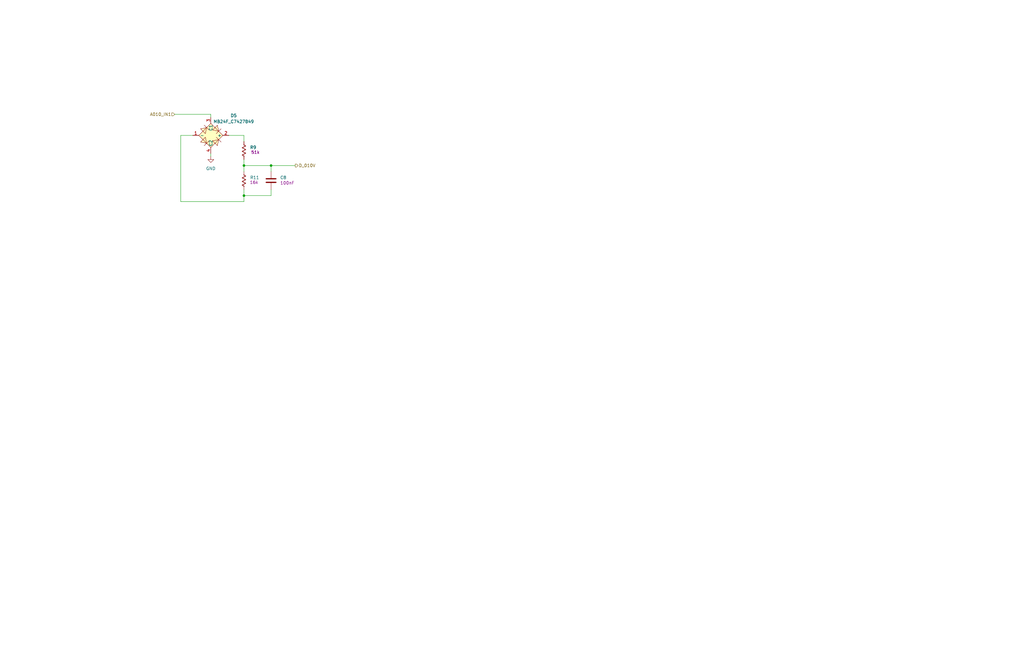
<source format=kicad_sch>
(kicad_sch (version 20250114) (generator "eeschema") (generator_version "9.0")
  (paper "USLedger")
  (lib_symbols
    (symbol "PCM_Capacitor_AKL:C_0805" (pin_numbers (hide yes)) (pin_names (offset 0.254))
      (property "Reference" "C" (at 0.635 2.54 0))
      (property "Value" "C_0805" (at 0.635 -2.54 0))
      (symbol "C_0805_0_1"
        (polyline (pts (xy -2.032 0.762) (xy 2.032 0.762)) (stroke (width 0.508)))
        (polyline (pts (xy -2.032 -0.762) (xy 2.032 -0.762)) (stroke (width 0.508)))
      )
      (symbol "C_0805_0_2"
        (polyline (pts (xy -2.54 -2.54) (xy -0.381 -0.381)))
        (polyline (pts (xy -0.508 -0.508) (xy -1.651 0.635)) (stroke (width 0.508)))
        (polyline (pts (xy -0.508 -0.508) (xy 0.635 -1.651)) (stroke (width 0.508)))
        (polyline (pts (xy 0.381 0.381) (xy 2.54 2.54)))
        (polyline (pts (xy 0.508 0.508) (xy -0.635 1.651)) (stroke (width 0.508)))
        (polyline (pts (xy 0.508 0.508) (xy 1.651 -0.635)) (stroke (width 0.508)))
      )
      (symbol "C_0805_1_1"
        (pin passive line (at 0 3.81 270) (length 2.794) (name "~") (number "1"))
        (pin passive line (at 0 -3.81 90) (length 2.794) (name "~") (number "2"))
      )
      (symbol "C_0805_1_2"
        (pin passive line (at -2.54 -2.54 90) (length 0) (name "~") (number "2"))
        (pin passive line (at 2.54 2.54 270) (length 0) (name "~") (number "1"))
      )
    )
    (symbol "PCM_Resistor_US_AKL:R_0603" (pin_numbers (hide yes)) (pin_names (offset 0))
      (property "Reference" "R" (at 2.54 1.27 0))
      (property "Value" "R_0603" (at 2.54 -1.27 0))
      (symbol "R_0603_0_1"
        (polyline (pts (xy 0 2.286) (xy 0 2.54)) (stroke (width 0.254)))
        (polyline (pts (xy 0 2.286) (xy 0.762 1.905) (xy -0.762 1.143) (xy 0 0.762) (xy 0.762 0.381) (xy 0 0) (xy -0.762 -0.381) (xy 0 -0.762) (xy 0.762 -1.143) (xy 0 -1.524) (xy -0.762 -1.905) (xy 0 -2.286)) (stroke (width 0.254)))
        (polyline (pts (xy 0 -2.286) (xy 0 -2.54)) (stroke (width 0.254)))
      )
      (symbol "R_0603_0_2"
        (polyline (pts (xy -2.54 -2.54) (xy -1.778 -1.778)))
        (polyline (pts (xy -1.778 -1.778) (xy -1.524 -1.524)) (stroke (width 0.254)))
        (polyline (pts (xy -1.524 -1.524) (xy -1.778 -0.762) (xy -1.016 -1.016)) (stroke (width 0.254)))
        (polyline (pts (xy -0.508 -0.508) (xy -0.762 0.254) (xy 0 0)) (stroke (width 0.254)))
        (polyline (pts (xy -0.508 -0.508) (xy -0.254 -1.27) (xy -1.016 -1.016)) (stroke (width 0.254)))
        (polyline (pts (xy 0.508 0.508) (xy 0.254 1.27) (xy 1.016 1.016)) (stroke (width 0.254)))
        (polyline (pts (xy 0.508 0.508) (xy 0.762 -0.254) (xy 0 0)) (stroke (width 0.254)))
        (polyline (pts (xy 1.524 1.524) (xy 1.778 0.762) (xy 1.016 1.016)) (stroke (width 0.254)))
        (polyline (pts (xy 1.778 1.778) (xy 1.524 1.524)) (stroke (width 0.254)))
        (polyline (pts (xy 1.778 1.778) (xy 2.54 2.54)))
      )
      (symbol "R_0603_1_1"
        (pin passive line (at 0 3.81 270) (length 1.27) (name "~") (number "1"))
        (pin passive line (at 0 -3.81 90) (length 1.27) (name "~") (number "2"))
      )
      (symbol "R_0603_1_2"
        (pin passive line (at -2.54 -2.54 0) (length 0) (name "") (number "2"))
        (pin passive line (at 2.54 2.54 180) (length 0) (name "") (number "1"))
      )
    )
    (symbol "Puente H:MB24F_C7427849"
      (property "Reference" "D" (at 0 12.7 0))
      (property "Value" "MB24F_C7427849" (at 0 -12.7 0))
      (symbol "MB24F_C7427849_0_1"
        (polyline (pts (xy -4.32 2.79) (xy -1.78 3.3) (xy -2.29 0.76) (xy -4.32 2.79)) (fill (type background)))
        (polyline (pts (xy -2.79 4.32) (xy -0.76 2.29)))
        (polyline (pts (xy -2.29 -0.76) (xy -1.78 -3.3) (xy -4.32 -2.79) (xy -2.29 -0.76)) (fill (type background)))
        (polyline (pts (xy -0.76 -2.29) (xy -2.79 -4.32)))
        (polyline (pts (xy 0 5.08) (xy -5.08 0) (xy 0 -5.08) (xy 5.08 0) (xy 0 5.08)) (fill (type background)))
        (polyline (pts (xy 0.76 -2.29) (xy 3.3 -1.78) (xy 2.79 -4.32) (xy 0.76 -2.29)) (fill (type background)))
        (polyline (pts (xy 2.29 -0.76) (xy 4.32 -2.79)))
        (polyline (pts (xy 2.79 4.32) (xy 3.3 1.78) (xy 0.76 2.29) (xy 2.79 4.32)) (fill (type background)))
        (polyline (pts (xy 4.32 2.79) (xy 2.29 0.76)))
      )
      (symbol "MB24F_C7427849_1_1"
        (pin unspecified line (at -7.62 0 0) (length 2.54) (name "-") (number "1"))
        (pin unspecified line (at 0 7.62 270) (length 2.54) (name "C1") (number "3"))
        (pin unspecified line (at 0 -7.62 90) (length 2.54) (name "C2") (number "4"))
        (pin unspecified line (at 7.62 0 180) (length 2.54) (name "+") (number "2"))
      )
    )
    (symbol "power:GND" (power) (pin_numbers (hide yes)) (pin_names (offset 0) (hide yes))
      (property "Value" "GND" (at 0 -3.81 0))
      (symbol "GND_0_1"
        (polyline (pts (xy 0 0) (xy 0 -1.27) (xy 1.27 -1.27) (xy 0 -2.54) (xy -1.27 -1.27) (xy 0 -1.27)))
      )
      (symbol "GND_1_1"
        (pin power_in line (at 0 0 270) (length 0) (name "~") (number "1"))
      )
    )
  )
  (junction (at 102.87 69.85))
  (junction (at 102.87 82.55))
  (junction (at 114.3 69.85))
  (wire (pts (xy 114.3 80.01) (xy 114.3 82.55)))
  (wire (pts (xy 76.2 57.15) (xy 76.2 85.09)))
  (wire (pts (xy 114.3 69.85) (xy 124.46 69.85)))
  (wire (pts (xy 102.87 57.15) (xy 102.87 59.69)))
  (wire (pts (xy 102.87 67.31) (xy 102.87 69.85)))
  (wire (pts (xy 76.2 85.09) (xy 102.87 85.09)))
  (wire (pts (xy 76.2 57.15) (xy 81.28 57.15)))
  (wire (pts (xy 102.87 69.85) (xy 102.87 72.39)))
  (wire (pts (xy 88.9 48.26) (xy 88.9 49.53)))
  (wire (pts (xy 96.52 57.15) (xy 102.87 57.15)))
  (wire (pts (xy 102.87 82.55) (xy 114.3 82.55)))
  (wire (pts (xy 102.87 85.09) (xy 102.87 82.55)))
  (wire (pts (xy 73.66 48.26) (xy 88.9 48.26)))
  (wire (pts (xy 88.9 64.77) (xy 88.9 66.04)))
  (wire (pts (xy 114.3 72.39) (xy 114.3 69.85)))
  (wire (pts (xy 102.87 69.85) (xy 114.3 69.85)))
  (wire (pts (xy 102.87 82.55) (xy 102.87 80.01)))
  (hierarchical_label "A010_IN1" (shape input) (at 73.66 48.26 180))
  (hierarchical_label "D_010V" (shape output) (at 124.46 69.85 0))
  (symbol (lib_id "power:GND") (at 88.9 66.04 0) (unit 1)
    (property "Reference" "#PWR029" (effects (hide yes)))
    (property "Value" "GND" (at 88.9 71.12 0))
    (property "Description" "Power symbol creates a global label with name \"GND\" , ground" (effects (hide yes)))
  )
  (symbol (lib_id "Puente H:MB24F_C7427849") (at 88.9 57.15 0) (unit 1)
    (property "Reference" "D5" (at 98.552 48.768 0))
    (property "Value" "MB24F_C7427849" (at 98.552 51.308 0))
    (property "Footprint" "EasyEDA:MBF-SMD_L4.7-W3.8-P2.50-LS6.8-BL" (effects (hide yes)))
    (property "LCSC Part" "C7427849" (effects (hide yes)))
  )
  (symbol (lib_id "PCM_Capacitor_AKL:C_0805") (at 114.3 76.2 0) (unit 1)
    (property "Reference" "C8" (at 118.11 74.9299 0) (effects (justify left)))
    (property "Value" "C_0805" (effects (hide yes)))
    (property "Footprint" "PCM_Capacitor_SMD_AKL:C_0805_2012Metric" (effects (hide yes)))
    (property "Description" "SMD 0805 MLCC capacitor, Alternate KiCad Library" (effects (hide yes)))
    (property "Capacidad " "100nF" (at 118.11 77.216 0) (effects (justify left)))
  )
  (symbol (lib_id "PCM_Resistor_US_AKL:R_0603") (at 102.87 63.5 0) (unit 1)
    (property "Reference" "R9" (at 105.41 62.2299 0) (effects (justify left)))
    (property "Value" "R_0603" (effects (hide yes)))
    (property "Footprint" "PCM_Resistor_SMD_AKL:R_0603_1608Metric" (effects (hide yes)))
    (property "Description" "SMD 0603 Chip Resistor, US Symbol, Alternate KiCad Library" (effects (hide yes)))
    (property "Capacidad " "51k" (at 107.696 64.262 0))
  )
  (symbol (lib_id "PCM_Resistor_US_AKL:R_0603") (at 102.87 76.2 0) (unit 1)
    (property "Reference" "R11" (at 105.41 74.9299 0) (effects (justify left)))
    (property "Value" "R_0603" (effects (hide yes)))
    (property "Footprint" "PCM_Resistor_SMD_AKL:R_0603_1608Metric" (effects (hide yes)))
    (property "Description" "SMD 0603 Chip Resistor, US Symbol, Alternate KiCad Library" (effects (hide yes)))
    (property "Capacidad " "16k" (at 108.966 76.962 0) (effects (justify right)))
  )
)
</source>
